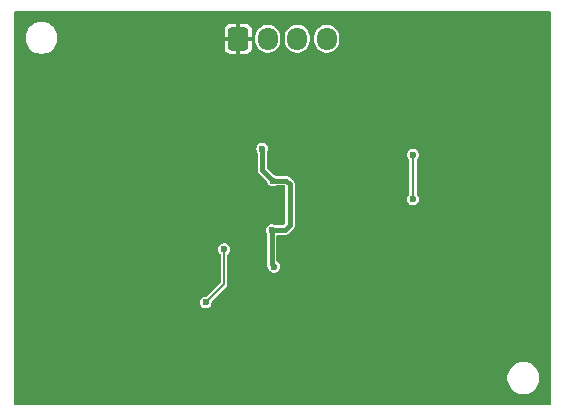
<source format=gbr>
G04 #@! TF.GenerationSoftware,KiCad,Pcbnew,8.0.7*
G04 #@! TF.CreationDate,2025-01-15T14:58:02-08:00*
G04 #@! TF.ProjectId,RP2040_minimal_r2,52503230-3430-45f6-9d69-6e696d616c5f,REV2*
G04 #@! TF.SameCoordinates,PX5f5e100PY5f5e100*
G04 #@! TF.FileFunction,Copper,L2,Bot*
G04 #@! TF.FilePolarity,Positive*
%FSLAX46Y46*%
G04 Gerber Fmt 4.6, Leading zero omitted, Abs format (unit mm)*
G04 Created by KiCad (PCBNEW 8.0.7) date 2025-01-15 14:58:02*
%MOMM*%
%LPD*%
G01*
G04 APERTURE LIST*
G04 Aperture macros list*
%AMRoundRect*
0 Rectangle with rounded corners*
0 $1 Rounding radius*
0 $2 $3 $4 $5 $6 $7 $8 $9 X,Y pos of 4 corners*
0 Add a 4 corners polygon primitive as box body*
4,1,4,$2,$3,$4,$5,$6,$7,$8,$9,$2,$3,0*
0 Add four circle primitives for the rounded corners*
1,1,$1+$1,$2,$3*
1,1,$1+$1,$4,$5*
1,1,$1+$1,$6,$7*
1,1,$1+$1,$8,$9*
0 Add four rect primitives between the rounded corners*
20,1,$1+$1,$2,$3,$4,$5,0*
20,1,$1+$1,$4,$5,$6,$7,0*
20,1,$1+$1,$6,$7,$8,$9,0*
20,1,$1+$1,$8,$9,$2,$3,0*%
G04 Aperture macros list end*
G04 #@! TA.AperFunction,ComponentPad*
%ADD10RoundRect,0.250000X-0.600000X-0.725000X0.600000X-0.725000X0.600000X0.725000X-0.600000X0.725000X0*%
G04 #@! TD*
G04 #@! TA.AperFunction,ComponentPad*
%ADD11O,1.700000X1.950000*%
G04 #@! TD*
G04 #@! TA.AperFunction,ComponentPad*
%ADD12C,0.600000*%
G04 #@! TD*
G04 #@! TA.AperFunction,ViaPad*
%ADD13C,0.600000*%
G04 #@! TD*
G04 #@! TA.AperFunction,Conductor*
%ADD14C,0.200000*%
G04 #@! TD*
G04 #@! TA.AperFunction,Conductor*
%ADD15C,0.400000*%
G04 #@! TD*
G04 #@! TA.AperFunction,Conductor*
%ADD16C,0.150000*%
G04 #@! TD*
G04 APERTURE END LIST*
D10*
X-3750000Y27325000D03*
D11*
X-1250000Y27325000D03*
X1250000Y27325000D03*
X3750000Y27325000D03*
D12*
X-2775000Y14500000D03*
X-2775000Y13225000D03*
X-2775000Y11950000D03*
X-1500000Y14500000D03*
X-1500000Y13225000D03*
X-1500000Y11950000D03*
X-225000Y14500000D03*
X-225000Y13225000D03*
X-225000Y11950000D03*
D13*
X-19500000Y21100000D03*
X15500000Y-1000000D03*
X19600000Y23100000D03*
X-7950000Y-950000D03*
X-2000000Y-1800000D03*
X20000000Y6500000D03*
X5300000Y16700000D03*
X2000000Y21200000D03*
X9550000Y24250000D03*
X-18500000Y6600000D03*
X4500000Y-1000000D03*
X-4300000Y6000000D03*
X-18500000Y13900000D03*
X18500000Y14400000D03*
X-18500000Y-500000D03*
X-16600000Y28100000D03*
X9000000Y6500000D03*
X-8200000Y12000000D03*
X-8100000Y16000000D03*
X7400000Y20400000D03*
X-4400000Y1800000D03*
X14500000Y6500000D03*
X-2000000Y21200000D03*
X11700000Y28200000D03*
X10000000Y-1000000D03*
X-9000000Y26500000D03*
X-2800000Y8600000D03*
X5300000Y12000000D03*
X1700000Y6000000D03*
X1600000Y1900000D03*
X-1700000Y18025006D03*
X-800000Y15325000D03*
X-700000Y8025000D03*
X-900030Y11125000D03*
X11050000Y17500000D03*
X11050000Y13750000D03*
X-4937500Y9500000D03*
X-6500000Y5000000D03*
X-10300000Y19195000D03*
D14*
X2500000Y20225000D02*
X2300000Y20225000D01*
D15*
X-700000Y8025000D02*
X-910000Y8235000D01*
X-910000Y8235000D02*
X-910000Y11115030D01*
X184620Y11125000D02*
X-900030Y11125000D01*
X625000Y11565380D02*
X184620Y11125000D01*
X-800000Y15325000D02*
X334620Y15325000D01*
X-910000Y11115030D02*
X-900030Y11125000D01*
X625000Y15034620D02*
X625000Y11565380D01*
X-1700000Y16215000D02*
X-810000Y15325000D01*
X-1700000Y18025006D02*
X-1700000Y16215000D01*
X-810000Y15325000D02*
X-800000Y15325000D01*
X334620Y15325000D02*
X625000Y15034620D01*
D14*
X11050000Y13750000D02*
X11050000Y17500000D01*
X11050000Y17500000D02*
X11050000Y17550000D01*
D16*
X-4937500Y9500000D02*
X-4937500Y6562500D01*
X-4937500Y6562500D02*
X-6500000Y5000000D01*
G04 #@! TA.AperFunction,Conductor*
G36*
X22658691Y29680593D02*
G01*
X22694655Y29631093D01*
X22699500Y29600500D01*
X22699500Y-3600500D01*
X22680593Y-3658691D01*
X22631093Y-3694655D01*
X22600500Y-3699500D01*
X-22600500Y-3699500D01*
X-22658691Y-3680593D01*
X-22694655Y-3631093D01*
X-22699500Y-3600500D01*
X-22699500Y-1293709D01*
X19049500Y-1293709D01*
X19049500Y-1506290D01*
X19082752Y-1716238D01*
X19148443Y-1918412D01*
X19244948Y-2107815D01*
X19244950Y-2107819D01*
X19369891Y-2279786D01*
X19369893Y-2279788D01*
X19369896Y-2279792D01*
X19520208Y-2430104D01*
X19520211Y-2430106D01*
X19520213Y-2430108D01*
X19692180Y-2555049D01*
X19692184Y-2555051D01*
X19881588Y-2651557D01*
X20083757Y-2717246D01*
X20083758Y-2717246D01*
X20083761Y-2717247D01*
X20293710Y-2750500D01*
X20293713Y-2750500D01*
X20506290Y-2750500D01*
X20716238Y-2717247D01*
X20716239Y-2717246D01*
X20716243Y-2717246D01*
X20918412Y-2651557D01*
X21107816Y-2555051D01*
X21279792Y-2430104D01*
X21430104Y-2279792D01*
X21555051Y-2107816D01*
X21651557Y-1918412D01*
X21717246Y-1716243D01*
X21750500Y-1506287D01*
X21750500Y-1293713D01*
X21750500Y-1293709D01*
X21717247Y-1083761D01*
X21717246Y-1083757D01*
X21651557Y-881588D01*
X21555051Y-692184D01*
X21555049Y-692180D01*
X21430108Y-520213D01*
X21430106Y-520211D01*
X21430104Y-520208D01*
X21279792Y-369896D01*
X21279788Y-369893D01*
X21279786Y-369891D01*
X21107819Y-244950D01*
X21107815Y-244948D01*
X20918412Y-148443D01*
X20716238Y-82752D01*
X20506290Y-49500D01*
X20506287Y-49500D01*
X20293713Y-49500D01*
X20293710Y-49500D01*
X20083761Y-82752D01*
X19881587Y-148443D01*
X19692184Y-244948D01*
X19692180Y-244950D01*
X19520213Y-369891D01*
X19369891Y-520213D01*
X19244950Y-692180D01*
X19244948Y-692184D01*
X19148443Y-881587D01*
X19082752Y-1083761D01*
X19049500Y-1293709D01*
X-22699500Y-1293709D01*
X-22699500Y5000003D01*
X-7005647Y5000003D01*
X-7005647Y4999998D01*
X-6985166Y4857544D01*
X-6925378Y4726629D01*
X-6925377Y4726627D01*
X-6831128Y4617857D01*
X-6831127Y4617856D01*
X-6710058Y4540050D01*
X-6710053Y4540047D01*
X-6603597Y4508789D01*
X-6571965Y4499501D01*
X-6571964Y4499501D01*
X-6571961Y4499500D01*
X-6571959Y4499500D01*
X-6428041Y4499500D01*
X-6428039Y4499500D01*
X-6289947Y4540047D01*
X-6168872Y4617857D01*
X-6074623Y4726627D01*
X-6014835Y4857543D01*
X-5994353Y5000000D01*
X-6001887Y5052397D01*
X-5991455Y5112682D01*
X-5973902Y5136484D01*
X-4703942Y6406442D01*
X-4662000Y6507700D01*
X-4662000Y6617300D01*
X-4662000Y9028049D01*
X-4643093Y9086240D01*
X-4616522Y9111334D01*
X-4615377Y9112071D01*
X-4606372Y9117857D01*
X-4512123Y9226627D01*
X-4452335Y9357543D01*
X-4431853Y9500000D01*
X-4452335Y9642457D01*
X-4512123Y9773373D01*
X-4606372Y9882143D01*
X-4606373Y9882144D01*
X-4606374Y9882145D01*
X-4727443Y9959951D01*
X-4727446Y9959953D01*
X-4727447Y9959953D01*
X-4727450Y9959954D01*
X-4865536Y10000500D01*
X-4865539Y10000500D01*
X-5009461Y10000500D01*
X-5009465Y10000500D01*
X-5147551Y9959954D01*
X-5147558Y9959951D01*
X-5268627Y9882145D01*
X-5362878Y9773372D01*
X-5422666Y9642457D01*
X-5443147Y9500003D01*
X-5443147Y9499998D01*
X-5422666Y9357544D01*
X-5362877Y9226627D01*
X-5268628Y9117857D01*
X-5260537Y9112657D01*
X-5258478Y9111334D01*
X-5219746Y9063968D01*
X-5213000Y9028049D01*
X-5213000Y6717625D01*
X-5231907Y6659434D01*
X-5241996Y6647621D01*
X-6360121Y5529496D01*
X-6414638Y5501719D01*
X-6430125Y5500500D01*
X-6571965Y5500500D01*
X-6710051Y5459954D01*
X-6710058Y5459951D01*
X-6831127Y5382145D01*
X-6925378Y5273372D01*
X-6985166Y5142457D01*
X-7005647Y5000003D01*
X-22699500Y5000003D01*
X-22699500Y18025009D01*
X-2205647Y18025009D01*
X-2205647Y18025004D01*
X-2185166Y17882550D01*
X-2125377Y17751633D01*
X-2124684Y17750833D01*
X-2124340Y17750017D01*
X-2121547Y17745672D01*
X-2122299Y17745190D01*
X-2100864Y17694475D01*
X-2100500Y17685998D01*
X-2100500Y16267727D01*
X-2100500Y16162273D01*
X-2076430Y16072441D01*
X-2073206Y16060408D01*
X-2020484Y15969092D01*
X-2020483Y15969091D01*
X-2020482Y15969090D01*
X-2020480Y15969087D01*
X-1406493Y15355100D01*
X-1317067Y15265674D01*
X-1289290Y15211157D01*
X-1289079Y15209763D01*
X-1285165Y15182543D01*
X-1225377Y15051627D01*
X-1131128Y14942857D01*
X-1131127Y14942856D01*
X-1010058Y14865050D01*
X-1010053Y14865047D01*
X-903597Y14833789D01*
X-871965Y14824501D01*
X-871964Y14824501D01*
X-871961Y14824500D01*
X-871959Y14824500D01*
X-728041Y14824500D01*
X-728039Y14824500D01*
X-589947Y14865047D01*
X-521890Y14908785D01*
X-468368Y14924500D01*
X125500Y14924500D01*
X183691Y14905593D01*
X219655Y14856093D01*
X224500Y14825500D01*
X224500Y11772281D01*
X205593Y11714090D01*
X195504Y11702277D01*
X47723Y11554496D01*
X-6794Y11526719D01*
X-22281Y11525500D01*
X-568398Y11525500D01*
X-621920Y11541216D01*
X-689977Y11584953D01*
X-689980Y11584954D01*
X-828066Y11625500D01*
X-828069Y11625500D01*
X-971991Y11625500D01*
X-971995Y11625500D01*
X-1110081Y11584954D01*
X-1110088Y11584951D01*
X-1231157Y11507145D01*
X-1325408Y11398372D01*
X-1385196Y11267457D01*
X-1405677Y11125003D01*
X-1405677Y11124998D01*
X-1385196Y10982544D01*
X-1385196Y10982542D01*
X-1322466Y10845185D01*
X-1323780Y10844585D01*
X-1310500Y10799362D01*
X-1310500Y8287727D01*
X-1310500Y8182273D01*
X-1306530Y8167457D01*
X-1283206Y8080408D01*
X-1230484Y7989092D01*
X-1230482Y7989090D01*
X-1230480Y7989087D01*
X-1218745Y7977352D01*
X-1190969Y7922837D01*
X-1190758Y7921439D01*
X-1185166Y7882544D01*
X-1125378Y7751629D01*
X-1125377Y7751627D01*
X-1031128Y7642857D01*
X-1031127Y7642856D01*
X-910058Y7565050D01*
X-910053Y7565047D01*
X-803597Y7533789D01*
X-771965Y7524501D01*
X-771964Y7524501D01*
X-771961Y7524500D01*
X-771959Y7524500D01*
X-628041Y7524500D01*
X-628039Y7524500D01*
X-489947Y7565047D01*
X-368872Y7642857D01*
X-274623Y7751627D01*
X-214835Y7882543D01*
X-194353Y8025000D01*
X-214835Y8167457D01*
X-274623Y8298373D01*
X-368872Y8407143D01*
X-415728Y8437256D01*
X-464024Y8468294D01*
X-502755Y8515661D01*
X-509500Y8551578D01*
X-509500Y10625500D01*
X-490593Y10683691D01*
X-441093Y10719655D01*
X-410500Y10724500D01*
X237345Y10724500D01*
X237347Y10724500D01*
X339208Y10751793D01*
X339210Y10751795D01*
X339212Y10751795D01*
X430528Y10804517D01*
X430528Y10804518D01*
X430533Y10804520D01*
X945480Y11319467D01*
X976105Y11372513D01*
X998169Y11410727D01*
X998179Y11410746D01*
X998206Y11410792D01*
X998207Y11410793D01*
X1025500Y11512653D01*
X1025500Y15087347D01*
X998207Y15189207D01*
X967510Y15242375D01*
X945480Y15280533D01*
X870914Y15355100D01*
X580533Y15645480D01*
X580528Y15645484D01*
X489211Y15698206D01*
X489213Y15698206D01*
X449690Y15708796D01*
X387347Y15725500D01*
X387345Y15725500D01*
X-468368Y15725500D01*
X-521890Y15741216D01*
X-589947Y15784953D01*
X-726540Y15825060D01*
X-768653Y15850046D01*
X-1270504Y16351897D01*
X-1298281Y16406414D01*
X-1299500Y16421901D01*
X-1299500Y17500003D01*
X10544353Y17500003D01*
X10544353Y17499998D01*
X10564834Y17357544D01*
X10624623Y17226627D01*
X10723509Y17112506D01*
X10721471Y17110741D01*
X10746925Y17068542D01*
X10749500Y17046107D01*
X10749500Y14203895D01*
X10730593Y14145704D01*
X10723258Y14137711D01*
X10723509Y14137494D01*
X10624622Y14023372D01*
X10564834Y13892457D01*
X10544353Y13750003D01*
X10544353Y13749998D01*
X10564834Y13607544D01*
X10624622Y13476629D01*
X10624623Y13476627D01*
X10718872Y13367857D01*
X10718873Y13367856D01*
X10839942Y13290050D01*
X10839947Y13290047D01*
X10946403Y13258789D01*
X10978035Y13249501D01*
X10978036Y13249501D01*
X10978039Y13249500D01*
X10978041Y13249500D01*
X11121959Y13249500D01*
X11121961Y13249500D01*
X11260053Y13290047D01*
X11381128Y13367857D01*
X11475377Y13476627D01*
X11535165Y13607543D01*
X11555647Y13750000D01*
X11535165Y13892457D01*
X11475377Y14023373D01*
X11381128Y14132143D01*
X11381127Y14132144D01*
X11376491Y14137494D01*
X11378524Y14139257D01*
X11353067Y14181495D01*
X11350500Y14203895D01*
X11350500Y17046107D01*
X11369407Y17104298D01*
X11376741Y17112289D01*
X11376491Y17112506D01*
X11381128Y17117857D01*
X11475377Y17226627D01*
X11535165Y17357543D01*
X11555647Y17500000D01*
X11535165Y17642457D01*
X11475377Y17773373D01*
X11381128Y17882143D01*
X11381127Y17882144D01*
X11381126Y17882145D01*
X11260057Y17959951D01*
X11260054Y17959953D01*
X11260053Y17959953D01*
X11260050Y17959954D01*
X11121964Y18000500D01*
X11121961Y18000500D01*
X10978039Y18000500D01*
X10978035Y18000500D01*
X10839949Y17959954D01*
X10839942Y17959951D01*
X10718873Y17882145D01*
X10624622Y17773372D01*
X10564834Y17642457D01*
X10544353Y17500003D01*
X-1299500Y17500003D01*
X-1299500Y17685998D01*
X-1280593Y17744189D01*
X-1275316Y17750833D01*
X-1275193Y17750977D01*
X-1274623Y17751633D01*
X-1214835Y17882549D01*
X-1194353Y18025006D01*
X-1214835Y18167463D01*
X-1274623Y18298379D01*
X-1368872Y18407149D01*
X-1368873Y18407150D01*
X-1368874Y18407151D01*
X-1489943Y18484957D01*
X-1489946Y18484959D01*
X-1489947Y18484959D01*
X-1489950Y18484960D01*
X-1628036Y18525506D01*
X-1628039Y18525506D01*
X-1771961Y18525506D01*
X-1771965Y18525506D01*
X-1910051Y18484960D01*
X-1910058Y18484957D01*
X-2031127Y18407151D01*
X-2125378Y18298378D01*
X-2185166Y18167463D01*
X-2205647Y18025009D01*
X-22699500Y18025009D01*
X-22699500Y27506291D01*
X-21750500Y27506291D01*
X-21750500Y27293710D01*
X-21717248Y27083762D01*
X-21651557Y26881588D01*
X-21555052Y26692185D01*
X-21555050Y26692181D01*
X-21430109Y26520214D01*
X-21430107Y26520212D01*
X-21430104Y26520208D01*
X-21279792Y26369896D01*
X-21279789Y26369894D01*
X-21279787Y26369892D01*
X-21107820Y26244951D01*
X-21107816Y26244949D01*
X-20918412Y26148443D01*
X-20716243Y26082754D01*
X-20716242Y26082754D01*
X-20716239Y26082753D01*
X-20506290Y26049500D01*
X-20506287Y26049500D01*
X-20293710Y26049500D01*
X-20083762Y26082753D01*
X-20083761Y26082754D01*
X-20083757Y26082754D01*
X-19881588Y26148443D01*
X-19692184Y26244949D01*
X-19520208Y26369896D01*
X-19369896Y26520208D01*
X-19244949Y26692184D01*
X-19148443Y26881588D01*
X-19082754Y27083757D01*
X-19073583Y27141657D01*
X-19049500Y27293710D01*
X-19049500Y27506291D01*
X-19082753Y27716239D01*
X-19095808Y27756419D01*
X-19148443Y27918412D01*
X-19237433Y28093065D01*
X-4900000Y28093065D01*
X-4900000Y27475001D01*
X-4899999Y27475000D01*
X-4201564Y27475000D01*
X-4225000Y27387535D01*
X-4225000Y27262465D01*
X-4201564Y27175000D01*
X-4899999Y27175000D01*
X-4900000Y27174999D01*
X-4900000Y26556936D01*
X-4889387Y26468557D01*
X-4833920Y26327905D01*
X-4742565Y26207436D01*
X-4622096Y26116081D01*
X-4481444Y26060614D01*
X-4393065Y26050001D01*
X-4393058Y26050000D01*
X-3900001Y26050000D01*
X-3900000Y26050001D01*
X-3900000Y26873436D01*
X-3812535Y26850000D01*
X-3687465Y26850000D01*
X-3600000Y26873436D01*
X-3600000Y26050001D01*
X-3599999Y26050000D01*
X-3106942Y26050000D01*
X-3106936Y26050001D01*
X-3018557Y26060614D01*
X-2877905Y26116081D01*
X-2757436Y26207436D01*
X-2666081Y26327905D01*
X-2610614Y26468557D01*
X-2600001Y26556936D01*
X-2600000Y26556942D01*
X-2600000Y27174999D01*
X-2600001Y27175000D01*
X-3298436Y27175000D01*
X-3275000Y27262465D01*
X-3275000Y27387535D01*
X-3298436Y27475000D01*
X-2600001Y27475000D01*
X-2600000Y27475001D01*
X-2600000Y27553468D01*
X-2300500Y27553468D01*
X-2300500Y27096533D01*
X-2260131Y26893582D01*
X-2180942Y26702403D01*
X-2065980Y26530349D01*
X-2065977Y26530345D01*
X-1919655Y26384023D01*
X-1747598Y26269059D01*
X-1556420Y26189870D01*
X-1353465Y26149500D01*
X-1353464Y26149500D01*
X-1146536Y26149500D01*
X-1146535Y26149500D01*
X-943580Y26189870D01*
X-752402Y26269059D01*
X-580345Y26384023D01*
X-434023Y26530345D01*
X-319059Y26702402D01*
X-239870Y26893580D01*
X-199500Y27096535D01*
X-199500Y27553465D01*
X-199501Y27553468D01*
X199500Y27553468D01*
X199500Y27096533D01*
X239869Y26893582D01*
X319058Y26702403D01*
X434020Y26530349D01*
X434023Y26530345D01*
X580345Y26384023D01*
X752402Y26269059D01*
X943580Y26189870D01*
X1146535Y26149500D01*
X1146536Y26149500D01*
X1353464Y26149500D01*
X1353465Y26149500D01*
X1556420Y26189870D01*
X1747598Y26269059D01*
X1919655Y26384023D01*
X2065977Y26530345D01*
X2180941Y26702402D01*
X2260130Y26893580D01*
X2300500Y27096535D01*
X2300500Y27553465D01*
X2300499Y27553468D01*
X2699500Y27553468D01*
X2699500Y27096533D01*
X2739869Y26893582D01*
X2819058Y26702403D01*
X2934020Y26530349D01*
X2934023Y26530345D01*
X3080345Y26384023D01*
X3252402Y26269059D01*
X3443580Y26189870D01*
X3646535Y26149500D01*
X3646536Y26149500D01*
X3853464Y26149500D01*
X3853465Y26149500D01*
X4056420Y26189870D01*
X4247598Y26269059D01*
X4419655Y26384023D01*
X4565977Y26530345D01*
X4680941Y26702402D01*
X4760130Y26893580D01*
X4800500Y27096535D01*
X4800500Y27553465D01*
X4760130Y27756420D01*
X4680941Y27947598D01*
X4565977Y28119655D01*
X4419655Y28265977D01*
X4398987Y28279787D01*
X4247597Y28380942D01*
X4056418Y28460131D01*
X3853467Y28500500D01*
X3853465Y28500500D01*
X3646535Y28500500D01*
X3646532Y28500500D01*
X3443581Y28460131D01*
X3252402Y28380942D01*
X3080348Y28265980D01*
X2934020Y28119652D01*
X2819058Y27947598D01*
X2739869Y27756419D01*
X2699500Y27553468D01*
X2300499Y27553468D01*
X2260130Y27756420D01*
X2180941Y27947598D01*
X2065977Y28119655D01*
X1919655Y28265977D01*
X1898987Y28279787D01*
X1747597Y28380942D01*
X1556418Y28460131D01*
X1353467Y28500500D01*
X1353465Y28500500D01*
X1146535Y28500500D01*
X1146532Y28500500D01*
X943581Y28460131D01*
X752402Y28380942D01*
X580348Y28265980D01*
X434020Y28119652D01*
X319058Y27947598D01*
X239869Y27756419D01*
X199500Y27553468D01*
X-199501Y27553468D01*
X-239870Y27756420D01*
X-319059Y27947598D01*
X-434023Y28119655D01*
X-580345Y28265977D01*
X-601013Y28279787D01*
X-752403Y28380942D01*
X-943582Y28460131D01*
X-1146533Y28500500D01*
X-1146535Y28500500D01*
X-1353465Y28500500D01*
X-1353468Y28500500D01*
X-1556419Y28460131D01*
X-1747598Y28380942D01*
X-1919652Y28265980D01*
X-2065980Y28119652D01*
X-2180942Y27947598D01*
X-2260131Y27756419D01*
X-2300500Y27553468D01*
X-2600000Y27553468D01*
X-2600000Y28093059D01*
X-2600001Y28093065D01*
X-2610614Y28181444D01*
X-2666081Y28322096D01*
X-2757436Y28442565D01*
X-2877905Y28533920D01*
X-3018557Y28589387D01*
X-3106936Y28600000D01*
X-3599999Y28600000D01*
X-3600000Y28599999D01*
X-3600000Y27776565D01*
X-3687465Y27800000D01*
X-3812535Y27800000D01*
X-3900000Y27776565D01*
X-3900000Y28599999D01*
X-3900001Y28600000D01*
X-4393065Y28600000D01*
X-4481444Y28589387D01*
X-4622096Y28533920D01*
X-4742565Y28442565D01*
X-4833920Y28322096D01*
X-4889387Y28181444D01*
X-4900000Y28093065D01*
X-19237433Y28093065D01*
X-19244949Y28107816D01*
X-19244951Y28107820D01*
X-19369892Y28279787D01*
X-19369894Y28279789D01*
X-19369896Y28279792D01*
X-19520208Y28430104D01*
X-19520212Y28430107D01*
X-19520214Y28430109D01*
X-19692181Y28555050D01*
X-19692185Y28555052D01*
X-19881588Y28651557D01*
X-20083762Y28717248D01*
X-20293710Y28750500D01*
X-20293713Y28750500D01*
X-20506287Y28750500D01*
X-20506290Y28750500D01*
X-20716239Y28717248D01*
X-20918413Y28651557D01*
X-21107816Y28555052D01*
X-21107820Y28555050D01*
X-21279787Y28430109D01*
X-21430109Y28279787D01*
X-21555050Y28107820D01*
X-21555052Y28107816D01*
X-21651557Y27918413D01*
X-21717248Y27716239D01*
X-21750500Y27506291D01*
X-22699500Y27506291D01*
X-22699500Y29600500D01*
X-22680593Y29658691D01*
X-22631093Y29694655D01*
X-22600500Y29699500D01*
X22600500Y29699500D01*
X22658691Y29680593D01*
G37*
G04 #@! TD.AperFunction*
M02*

</source>
